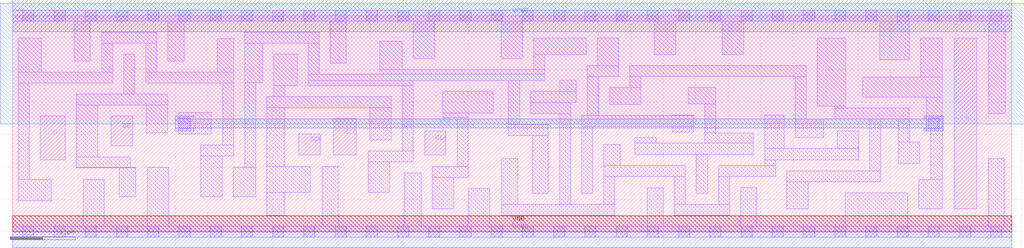
<source format=lef>
# Copyright 2020 The SkyWater PDK Authors
#
# Licensed under the Apache License, Version 2.0 (the "License");
# you may not use this file except in compliance with the License.
# You may obtain a copy of the License at
#
#     https://www.apache.org/licenses/LICENSE-2.0
#
# Unless required by applicable law or agreed to in writing, software
# distributed under the License is distributed on an "AS IS" BASIS,
# WITHOUT WARRANTIES OR CONDITIONS OF ANY KIND, either express or implied.
# See the License for the specific language governing permissions and
# limitations under the License.
#
# SPDX-License-Identifier: Apache-2.0

VERSION 5.7 ;
  NOWIREEXTENSIONATPIN ON ;
  DIVIDERCHAR "/" ;
  BUSBITCHARS "[]" ;
MACRO sky130_fd_sc_ms__sedfxtp_1
  CLASS CORE ;
  FOREIGN sky130_fd_sc_ms__sedfxtp_1 ;
  ORIGIN  0.000000  0.000000 ;
  SIZE  15.36000 BY  3.330000 ;
  SYMMETRY X Y ;
  SITE unit ;
  PIN D
    ANTENNAGATEAREA  0.178200 ;
    DIRECTION INPUT ;
    USE SIGNAL ;
    PORT
      LAYER li1 ;
        RECT 0.425000 1.110000 0.805000 1.780000 ;
    END
  END D
  PIN DE
    ANTENNAGATEAREA  0.356400 ;
    DIRECTION INPUT ;
    USE SIGNAL ;
    PORT
      LAYER li1 ;
        RECT 1.515000 1.320000 1.845000 1.780000 ;
    END
  END DE
  PIN Q
    ANTENNADIFFAREA  0.502100 ;
    DIRECTION OUTPUT ;
    USE SIGNAL ;
    PORT
      LAYER li1 ;
        RECT 14.475000 0.350000 14.815000 2.980000 ;
    END
  END Q
  PIN SCD
    ANTENNAGATEAREA  0.178200 ;
    DIRECTION INPUT ;
    USE SIGNAL ;
    PORT
      LAYER li1 ;
        RECT 4.925000 1.180000 5.280000 1.745000 ;
    END
  END SCD
  PIN SCE
    ANTENNAGATEAREA  0.356400 ;
    DIRECTION INPUT ;
    USE SIGNAL ;
    PORT
      LAYER li1 ;
        RECT 4.400000 1.180000 4.730000 1.510000 ;
    END
  END SCE
  PIN CLK
    ANTENNAGATEAREA  0.312600 ;
    DIRECTION INPUT ;
    USE CLOCK ;
    PORT
      LAYER li1 ;
        RECT 6.330000 1.180000 6.660000 1.550000 ;
    END
  END CLK
  PIN VGND
    DIRECTION INOUT ;
    USE GROUND ;
    PORT
      LAYER met1 ;
        RECT 0.000000 -0.245000 15.360000 0.245000 ;
    END
  END VGND
  PIN VNB
    DIRECTION INOUT ;
    USE GROUND ;
    PORT
      LAYER pwell ;
        RECT 0.000000 0.000000 15.360000 0.245000 ;
    END
  END VNB
  PIN VPB
    DIRECTION INOUT ;
    USE POWER ;
    PORT
      LAYER nwell ;
        RECT -0.190000 1.660000 15.550000 3.520000 ;
        RECT  6.020000 1.600000  7.080000 1.660000 ;
    END
  END VPB
  PIN VPWR
    DIRECTION INOUT ;
    USE POWER ;
    PORT
      LAYER met1 ;
        RECT 0.000000 3.085000 15.360000 3.575000 ;
    END
  END VPWR
  OBS
    LAYER li1 ;
      RECT  0.000000 -0.085000 15.360000 0.085000 ;
      RECT  0.000000  3.245000 15.360000 3.415000 ;
      RECT  0.085000  0.480000  0.590000 0.810000 ;
      RECT  0.085000  0.810000  0.255000 2.290000 ;
      RECT  0.085000  2.290000  1.535000 2.460000 ;
      RECT  0.085000  2.460000  0.435000 2.980000 ;
      RECT  0.945000  2.630000  1.195000 3.245000 ;
      RECT  0.975000  0.980000  1.890000 0.995000 ;
      RECT  0.975000  0.995000  1.810000 1.150000 ;
      RECT  0.975000  1.150000  1.305000 1.950000 ;
      RECT  0.975000  1.950000  2.385000 2.120000 ;
      RECT  1.080000  0.085000  1.410000 0.810000 ;
      RECT  1.365000  2.460000  1.535000 2.905000 ;
      RECT  1.365000  2.905000  2.215000 3.075000 ;
      RECT  1.640000  0.535000  1.890000 0.980000 ;
      RECT  1.705000  2.120000  1.875000 2.735000 ;
      RECT  2.045000  2.290000  3.395000 2.460000 ;
      RECT  2.045000  2.460000  2.215000 2.905000 ;
      RECT  2.055000  1.520000  2.385000 1.950000 ;
      RECT  2.070000  0.085000  2.400000 0.995000 ;
      RECT  2.385000  2.630000  2.635000 3.245000 ;
      RECT  2.555000  1.505000  3.055000 1.835000 ;
      RECT  2.890000  0.535000  3.220000 1.165000 ;
      RECT  2.890000  1.165000  3.395000 1.335000 ;
      RECT  3.145000  2.460000  3.395000 2.975000 ;
      RECT  3.225000  1.335000  3.395000 2.290000 ;
      RECT  3.390000  0.535000  3.735000 0.995000 ;
      RECT  3.565000  0.995000  3.735000 2.295000 ;
      RECT  3.565000  2.295000  3.845000 2.905000 ;
      RECT  3.565000  2.905000  4.710000 3.075000 ;
      RECT  3.905000  0.255000  4.185000 0.605000 ;
      RECT  3.905000  0.605000  4.575000 1.010000 ;
      RECT  3.905000  1.010000  4.185000 1.915000 ;
      RECT  3.905000  1.915000  5.820000 2.085000 ;
      RECT  4.015000  2.085000  4.185000 2.255000 ;
      RECT  4.015000  2.255000  4.370000 2.735000 ;
      RECT  4.540000  2.255000  6.160000 2.330000 ;
      RECT  4.540000  2.330000  8.180000 2.425000 ;
      RECT  4.540000  2.425000  4.710000 2.905000 ;
      RECT  4.755000  0.085000  5.005000 1.010000 ;
      RECT  4.880000  2.595000  5.130000 3.245000 ;
      RECT  5.465000  0.605000  5.795000 1.075000 ;
      RECT  5.465000  1.075000  6.160000 1.245000 ;
      RECT  5.490000  1.415000  5.820000 1.915000 ;
      RECT  5.640000  2.425000  8.180000 2.500000 ;
      RECT  5.640000  2.500000  5.990000 2.935000 ;
      RECT  5.990000  1.245000  6.160000 2.255000 ;
      RECT  6.020000  0.085000  6.280000 0.905000 ;
      RECT  6.160000  2.670000  6.490000 3.245000 ;
      RECT  6.450000  0.350000  6.780000 0.840000 ;
      RECT  6.450000  0.840000  7.000000 1.010000 ;
      RECT  6.610000  1.760000  7.000000 1.830000 ;
      RECT  6.610000  1.830000  7.390000 2.160000 ;
      RECT  6.830000  1.010000  7.000000 1.760000 ;
      RECT  7.005000  0.085000  7.335000 0.670000 ;
      RECT  7.510000  2.670000  7.840000 3.245000 ;
      RECT  7.515000  0.255000  9.255000 0.425000 ;
      RECT  7.515000  0.425000  7.765000 1.130000 ;
      RECT  7.620000  1.480000  8.235000 1.650000 ;
      RECT  7.620000  1.650000  7.790000 2.330000 ;
      RECT  7.960000  1.820000  8.575000 1.990000 ;
      RECT  7.960000  1.990000  8.665000 2.160000 ;
      RECT  7.985000  0.595000  8.235000 1.480000 ;
      RECT  8.010000  2.500000  8.180000 2.730000 ;
      RECT  8.010000  2.730000  8.815000 2.980000 ;
      RECT  8.405000  0.425000  8.575000 1.820000 ;
      RECT  8.405000  2.160000  8.665000 2.335000 ;
      RECT  8.745000  0.595000  8.915000 1.620000 ;
      RECT  8.745000  1.620000 10.465000 1.790000 ;
      RECT  8.835000  1.790000  9.005000 2.390000 ;
      RECT  8.835000  2.390000  9.315000 2.560000 ;
      RECT  8.985000  2.560000  9.315000 2.980000 ;
      RECT  9.085000  0.425000  9.255000 0.850000 ;
      RECT  9.085000  0.850000 10.340000 1.020000 ;
      RECT  9.085000  1.020000  9.340000 1.345000 ;
      RECT  9.175000  1.960000  9.655000 2.220000 ;
      RECT  9.485000  2.220000  9.655000 2.390000 ;
      RECT  9.485000  2.390000 12.200000 2.560000 ;
      RECT  9.565000  1.190000  9.895000 1.195000 ;
      RECT  9.565000  1.195000 11.385000 1.365000 ;
      RECT  9.565000  1.365000  9.895000 1.450000 ;
      RECT  9.750000  0.085000 10.000000 0.680000 ;
      RECT  9.865000  2.730000 10.195000 3.245000 ;
      RECT 10.135000  1.535000 10.465000 1.620000 ;
      RECT 10.135000  1.790000 10.465000 1.795000 ;
      RECT 10.170000  0.255000 11.020000 0.425000 ;
      RECT 10.170000  0.425000 10.340000 0.850000 ;
      RECT 10.385000  1.970000 10.805000 2.220000 ;
      RECT 10.510000  0.595000 10.680000 1.195000 ;
      RECT 10.635000  1.365000 11.385000 1.525000 ;
      RECT 10.635000  1.525000 10.805000 1.970000 ;
      RECT 10.850000  0.425000 11.020000 0.855000 ;
      RECT 10.850000  0.855000 11.730000 1.025000 ;
      RECT 10.905000  2.730000 11.235000 3.245000 ;
      RECT 11.190000  0.085000 11.440000 0.685000 ;
      RECT 11.560000  1.025000 11.730000 1.110000 ;
      RECT 11.560000  1.110000 13.005000 1.280000 ;
      RECT 11.560000  1.280000 11.860000 1.800000 ;
      RECT 11.900000  0.350000 12.230000 0.770000 ;
      RECT 11.900000  0.770000 13.345000 0.940000 ;
      RECT 12.030000  1.450000 12.465000 1.735000 ;
      RECT 12.030000  1.735000 12.200000 2.390000 ;
      RECT 12.370000  1.940000 12.805000 2.980000 ;
      RECT 12.635000  1.735000 13.785000 1.905000 ;
      RECT 12.635000  1.905000 12.805000 1.940000 ;
      RECT 12.675000  1.280000 13.005000 1.555000 ;
      RECT 12.800000  0.085000 13.755000 0.600000 ;
      RECT 13.065000  2.075000 14.285000 2.380000 ;
      RECT 13.175000  0.940000 13.345000 1.735000 ;
      RECT 13.330000  2.650000 13.785000 3.245000 ;
      RECT 13.615000  1.050000 13.945000 1.380000 ;
      RECT 13.615000  1.380000 13.785000 1.735000 ;
      RECT 13.925000  0.350000 14.285000 0.810000 ;
      RECT 13.955000  2.380000 14.285000 2.980000 ;
      RECT 14.045000  1.550000 14.285000 2.075000 ;
      RECT 14.115000  0.810000 14.285000 1.550000 ;
      RECT 14.995000  0.085000 15.245000 1.130000 ;
      RECT 15.005000  1.820000 15.255000 3.245000 ;
    LAYER mcon ;
      RECT  0.155000 -0.085000  0.325000 0.085000 ;
      RECT  0.155000  3.245000  0.325000 3.415000 ;
      RECT  0.635000 -0.085000  0.805000 0.085000 ;
      RECT  0.635000  3.245000  0.805000 3.415000 ;
      RECT  1.115000 -0.085000  1.285000 0.085000 ;
      RECT  1.115000  3.245000  1.285000 3.415000 ;
      RECT  1.595000 -0.085000  1.765000 0.085000 ;
      RECT  1.595000  3.245000  1.765000 3.415000 ;
      RECT  2.075000 -0.085000  2.245000 0.085000 ;
      RECT  2.075000  3.245000  2.245000 3.415000 ;
      RECT  2.555000 -0.085000  2.725000 0.085000 ;
      RECT  2.555000  1.580000  2.725000 1.750000 ;
      RECT  2.555000  3.245000  2.725000 3.415000 ;
      RECT  3.035000 -0.085000  3.205000 0.085000 ;
      RECT  3.035000  3.245000  3.205000 3.415000 ;
      RECT  3.515000 -0.085000  3.685000 0.085000 ;
      RECT  3.515000  3.245000  3.685000 3.415000 ;
      RECT  3.995000 -0.085000  4.165000 0.085000 ;
      RECT  3.995000  3.245000  4.165000 3.415000 ;
      RECT  4.475000 -0.085000  4.645000 0.085000 ;
      RECT  4.475000  3.245000  4.645000 3.415000 ;
      RECT  4.955000 -0.085000  5.125000 0.085000 ;
      RECT  4.955000  3.245000  5.125000 3.415000 ;
      RECT  5.435000 -0.085000  5.605000 0.085000 ;
      RECT  5.435000  3.245000  5.605000 3.415000 ;
      RECT  5.915000 -0.085000  6.085000 0.085000 ;
      RECT  5.915000  3.245000  6.085000 3.415000 ;
      RECT  6.395000 -0.085000  6.565000 0.085000 ;
      RECT  6.395000  3.245000  6.565000 3.415000 ;
      RECT  6.875000 -0.085000  7.045000 0.085000 ;
      RECT  6.875000  3.245000  7.045000 3.415000 ;
      RECT  7.355000 -0.085000  7.525000 0.085000 ;
      RECT  7.355000  3.245000  7.525000 3.415000 ;
      RECT  7.835000 -0.085000  8.005000 0.085000 ;
      RECT  7.835000  3.245000  8.005000 3.415000 ;
      RECT  8.315000 -0.085000  8.485000 0.085000 ;
      RECT  8.315000  3.245000  8.485000 3.415000 ;
      RECT  8.795000 -0.085000  8.965000 0.085000 ;
      RECT  8.795000  3.245000  8.965000 3.415000 ;
      RECT  9.275000 -0.085000  9.445000 0.085000 ;
      RECT  9.275000  3.245000  9.445000 3.415000 ;
      RECT  9.755000 -0.085000  9.925000 0.085000 ;
      RECT  9.755000  3.245000  9.925000 3.415000 ;
      RECT 10.235000 -0.085000 10.405000 0.085000 ;
      RECT 10.235000  3.245000 10.405000 3.415000 ;
      RECT 10.715000 -0.085000 10.885000 0.085000 ;
      RECT 10.715000  3.245000 10.885000 3.415000 ;
      RECT 11.195000 -0.085000 11.365000 0.085000 ;
      RECT 11.195000  3.245000 11.365000 3.415000 ;
      RECT 11.675000 -0.085000 11.845000 0.085000 ;
      RECT 11.675000  3.245000 11.845000 3.415000 ;
      RECT 12.155000 -0.085000 12.325000 0.085000 ;
      RECT 12.155000  3.245000 12.325000 3.415000 ;
      RECT 12.635000 -0.085000 12.805000 0.085000 ;
      RECT 12.635000  3.245000 12.805000 3.415000 ;
      RECT 13.115000 -0.085000 13.285000 0.085000 ;
      RECT 13.115000  3.245000 13.285000 3.415000 ;
      RECT 13.595000 -0.085000 13.765000 0.085000 ;
      RECT 13.595000  3.245000 13.765000 3.415000 ;
      RECT 14.075000 -0.085000 14.245000 0.085000 ;
      RECT 14.075000  1.580000 14.245000 1.750000 ;
      RECT 14.075000  3.245000 14.245000 3.415000 ;
      RECT 14.555000 -0.085000 14.725000 0.085000 ;
      RECT 14.555000  3.245000 14.725000 3.415000 ;
      RECT 15.035000 -0.085000 15.205000 0.085000 ;
      RECT 15.035000  3.245000 15.205000 3.415000 ;
    LAYER met1 ;
      RECT  2.495000 1.550000  2.785000 1.595000 ;
      RECT  2.495000 1.595000 14.305000 1.735000 ;
      RECT  2.495000 1.735000  2.785000 1.780000 ;
      RECT 14.015000 1.550000 14.305000 1.595000 ;
      RECT 14.015000 1.735000 14.305000 1.780000 ;
  END
END sky130_fd_sc_ms__sedfxtp_1
END LIBRARY

</source>
